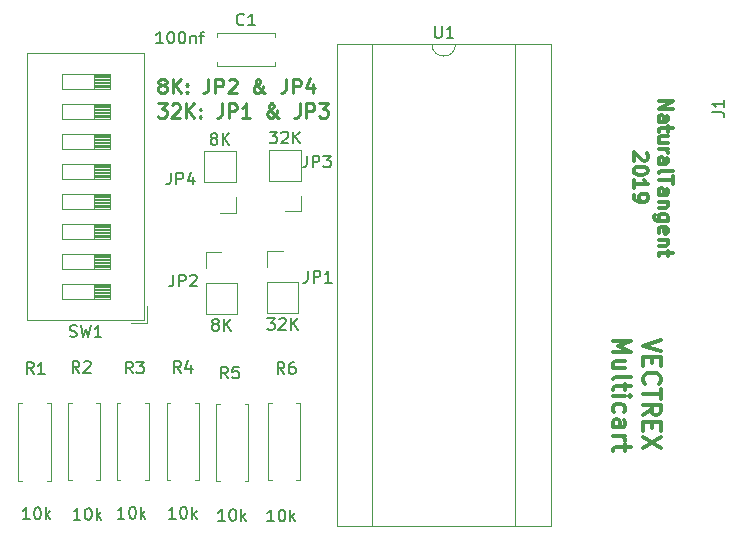
<source format=gbr>
G04 #@! TF.GenerationSoftware,KiCad,Pcbnew,5.0.2+dfsg1-1~bpo9+1*
G04 #@! TF.CreationDate,2019-09-01T17:00:00+01:00*
G04 #@! TF.ProjectId,multicart,6d756c74-6963-4617-9274-2e6b69636164,V0.1*
G04 #@! TF.SameCoordinates,Original*
G04 #@! TF.FileFunction,Legend,Top*
G04 #@! TF.FilePolarity,Positive*
%FSLAX46Y46*%
G04 Gerber Fmt 4.6, Leading zero omitted, Abs format (unit mm)*
G04 Created by KiCad (PCBNEW 5.0.2+dfsg1-1~bpo9+1) date Sun 01 Sep 2019 17:00:00 BST*
%MOMM*%
%LPD*%
G01*
G04 APERTURE LIST*
%ADD10C,0.275000*%
%ADD11C,0.300000*%
%ADD12C,0.120000*%
%ADD13C,0.150000*%
G04 APERTURE END LIST*
D10*
X77648692Y-50965842D02*
X77534407Y-50908700D01*
X77477264Y-50851557D01*
X77420121Y-50737271D01*
X77420121Y-50680128D01*
X77477264Y-50565842D01*
X77534407Y-50508700D01*
X77648692Y-50451557D01*
X77877264Y-50451557D01*
X77991550Y-50508700D01*
X78048692Y-50565842D01*
X78105835Y-50680128D01*
X78105835Y-50737271D01*
X78048692Y-50851557D01*
X77991550Y-50908700D01*
X77877264Y-50965842D01*
X77648692Y-50965842D01*
X77534407Y-51022985D01*
X77477264Y-51080128D01*
X77420121Y-51194414D01*
X77420121Y-51422985D01*
X77477264Y-51537271D01*
X77534407Y-51594414D01*
X77648692Y-51651557D01*
X77877264Y-51651557D01*
X77991550Y-51594414D01*
X78048692Y-51537271D01*
X78105835Y-51422985D01*
X78105835Y-51194414D01*
X78048692Y-51080128D01*
X77991550Y-51022985D01*
X77877264Y-50965842D01*
X78620121Y-51651557D02*
X78620121Y-50451557D01*
X79305835Y-51651557D02*
X78791550Y-50965842D01*
X79305835Y-50451557D02*
X78620121Y-51137271D01*
X79820121Y-51537271D02*
X79877264Y-51594414D01*
X79820121Y-51651557D01*
X79762978Y-51594414D01*
X79820121Y-51537271D01*
X79820121Y-51651557D01*
X79820121Y-50908700D02*
X79877264Y-50965842D01*
X79820121Y-51022985D01*
X79762978Y-50965842D01*
X79820121Y-50908700D01*
X79820121Y-51022985D01*
X81648692Y-50451557D02*
X81648692Y-51308700D01*
X81591550Y-51480128D01*
X81477264Y-51594414D01*
X81305835Y-51651557D01*
X81191550Y-51651557D01*
X82220121Y-51651557D02*
X82220121Y-50451557D01*
X82677264Y-50451557D01*
X82791550Y-50508700D01*
X82848692Y-50565842D01*
X82905835Y-50680128D01*
X82905835Y-50851557D01*
X82848692Y-50965842D01*
X82791550Y-51022985D01*
X82677264Y-51080128D01*
X82220121Y-51080128D01*
X83362978Y-50565842D02*
X83420121Y-50508700D01*
X83534407Y-50451557D01*
X83820121Y-50451557D01*
X83934407Y-50508700D01*
X83991550Y-50565842D01*
X84048692Y-50680128D01*
X84048692Y-50794414D01*
X83991550Y-50965842D01*
X83305835Y-51651557D01*
X84048692Y-51651557D01*
X86448692Y-51651557D02*
X86391550Y-51651557D01*
X86277264Y-51594414D01*
X86105835Y-51422985D01*
X85820121Y-51080128D01*
X85705835Y-50908700D01*
X85648692Y-50737271D01*
X85648692Y-50622985D01*
X85705835Y-50508700D01*
X85820121Y-50451557D01*
X85877264Y-50451557D01*
X85991550Y-50508700D01*
X86048692Y-50622985D01*
X86048692Y-50680128D01*
X85991550Y-50794414D01*
X85934407Y-50851557D01*
X85591550Y-51080128D01*
X85534407Y-51137271D01*
X85477264Y-51251557D01*
X85477264Y-51422985D01*
X85534407Y-51537271D01*
X85591550Y-51594414D01*
X85705835Y-51651557D01*
X85877264Y-51651557D01*
X85991550Y-51594414D01*
X86048692Y-51537271D01*
X86220121Y-51308700D01*
X86277264Y-51137271D01*
X86277264Y-51022985D01*
X88220121Y-50451557D02*
X88220121Y-51308700D01*
X88162978Y-51480128D01*
X88048692Y-51594414D01*
X87877264Y-51651557D01*
X87762978Y-51651557D01*
X88791550Y-51651557D02*
X88791550Y-50451557D01*
X89248692Y-50451557D01*
X89362978Y-50508700D01*
X89420121Y-50565842D01*
X89477264Y-50680128D01*
X89477264Y-50851557D01*
X89420121Y-50965842D01*
X89362978Y-51022985D01*
X89248692Y-51080128D01*
X88791550Y-51080128D01*
X90505835Y-50851557D02*
X90505835Y-51651557D01*
X90220121Y-50394414D02*
X89934407Y-51251557D01*
X90677264Y-51251557D01*
X77362978Y-52526557D02*
X78105835Y-52526557D01*
X77705835Y-52983700D01*
X77877264Y-52983700D01*
X77991550Y-53040842D01*
X78048692Y-53097985D01*
X78105835Y-53212271D01*
X78105835Y-53497985D01*
X78048692Y-53612271D01*
X77991550Y-53669414D01*
X77877264Y-53726557D01*
X77534407Y-53726557D01*
X77420121Y-53669414D01*
X77362978Y-53612271D01*
X78562978Y-52640842D02*
X78620121Y-52583700D01*
X78734407Y-52526557D01*
X79020121Y-52526557D01*
X79134407Y-52583700D01*
X79191550Y-52640842D01*
X79248692Y-52755128D01*
X79248692Y-52869414D01*
X79191550Y-53040842D01*
X78505835Y-53726557D01*
X79248692Y-53726557D01*
X79762978Y-53726557D02*
X79762978Y-52526557D01*
X80448692Y-53726557D02*
X79934407Y-53040842D01*
X80448692Y-52526557D02*
X79762978Y-53212271D01*
X80962978Y-53612271D02*
X81020121Y-53669414D01*
X80962978Y-53726557D01*
X80905835Y-53669414D01*
X80962978Y-53612271D01*
X80962978Y-53726557D01*
X80962978Y-52983700D02*
X81020121Y-53040842D01*
X80962978Y-53097985D01*
X80905835Y-53040842D01*
X80962978Y-52983700D01*
X80962978Y-53097985D01*
X82791550Y-52526557D02*
X82791550Y-53383700D01*
X82734407Y-53555128D01*
X82620121Y-53669414D01*
X82448692Y-53726557D01*
X82334407Y-53726557D01*
X83362978Y-53726557D02*
X83362978Y-52526557D01*
X83820121Y-52526557D01*
X83934407Y-52583700D01*
X83991550Y-52640842D01*
X84048692Y-52755128D01*
X84048692Y-52926557D01*
X83991550Y-53040842D01*
X83934407Y-53097985D01*
X83820121Y-53155128D01*
X83362978Y-53155128D01*
X85191550Y-53726557D02*
X84505835Y-53726557D01*
X84848692Y-53726557D02*
X84848692Y-52526557D01*
X84734407Y-52697985D01*
X84620121Y-52812271D01*
X84505835Y-52869414D01*
X87591550Y-53726557D02*
X87534407Y-53726557D01*
X87420121Y-53669414D01*
X87248692Y-53497985D01*
X86962978Y-53155128D01*
X86848692Y-52983700D01*
X86791550Y-52812271D01*
X86791550Y-52697985D01*
X86848692Y-52583700D01*
X86962978Y-52526557D01*
X87020121Y-52526557D01*
X87134407Y-52583700D01*
X87191550Y-52697985D01*
X87191550Y-52755128D01*
X87134407Y-52869414D01*
X87077264Y-52926557D01*
X86734407Y-53155128D01*
X86677264Y-53212271D01*
X86620121Y-53326557D01*
X86620121Y-53497985D01*
X86677264Y-53612271D01*
X86734407Y-53669414D01*
X86848692Y-53726557D01*
X87020121Y-53726557D01*
X87134407Y-53669414D01*
X87191550Y-53612271D01*
X87362978Y-53383700D01*
X87420121Y-53212271D01*
X87420121Y-53097985D01*
X89362978Y-52526557D02*
X89362978Y-53383700D01*
X89305835Y-53555128D01*
X89191550Y-53669414D01*
X89020121Y-53726557D01*
X88905835Y-53726557D01*
X89934407Y-53726557D02*
X89934407Y-52526557D01*
X90391550Y-52526557D01*
X90505835Y-52583700D01*
X90562978Y-52640842D01*
X90620121Y-52755128D01*
X90620121Y-52926557D01*
X90562978Y-53040842D01*
X90505835Y-53097985D01*
X90391550Y-53155128D01*
X89934407Y-53155128D01*
X91020121Y-52526557D02*
X91762978Y-52526557D01*
X91362978Y-52983700D01*
X91534407Y-52983700D01*
X91648692Y-53040842D01*
X91705835Y-53097985D01*
X91762978Y-53212271D01*
X91762978Y-53497985D01*
X91705835Y-53612271D01*
X91648692Y-53669414D01*
X91534407Y-53726557D01*
X91191550Y-53726557D01*
X91077264Y-53669414D01*
X91020121Y-53612271D01*
D11*
X119952428Y-72522342D02*
X118452428Y-73022342D01*
X119952428Y-73522342D01*
X119238142Y-74022342D02*
X119238142Y-74522342D01*
X118452428Y-74736628D02*
X118452428Y-74022342D01*
X119952428Y-74022342D01*
X119952428Y-74736628D01*
X118595285Y-76236628D02*
X118523857Y-76165200D01*
X118452428Y-75950914D01*
X118452428Y-75808057D01*
X118523857Y-75593771D01*
X118666714Y-75450914D01*
X118809571Y-75379485D01*
X119095285Y-75308057D01*
X119309571Y-75308057D01*
X119595285Y-75379485D01*
X119738142Y-75450914D01*
X119881000Y-75593771D01*
X119952428Y-75808057D01*
X119952428Y-75950914D01*
X119881000Y-76165200D01*
X119809571Y-76236628D01*
X119952428Y-76665200D02*
X119952428Y-77522342D01*
X118452428Y-77093771D02*
X119952428Y-77093771D01*
X118452428Y-78879485D02*
X119166714Y-78379485D01*
X118452428Y-78022342D02*
X119952428Y-78022342D01*
X119952428Y-78593771D01*
X119881000Y-78736628D01*
X119809571Y-78808057D01*
X119666714Y-78879485D01*
X119452428Y-78879485D01*
X119309571Y-78808057D01*
X119238142Y-78736628D01*
X119166714Y-78593771D01*
X119166714Y-78022342D01*
X119238142Y-79522342D02*
X119238142Y-80022342D01*
X118452428Y-80236628D02*
X118452428Y-79522342D01*
X119952428Y-79522342D01*
X119952428Y-80236628D01*
X119952428Y-80736628D02*
X118452428Y-81736628D01*
X119952428Y-81736628D02*
X118452428Y-80736628D01*
X115902428Y-72593771D02*
X117402428Y-72593771D01*
X116331000Y-73093771D01*
X117402428Y-73593771D01*
X115902428Y-73593771D01*
X116902428Y-74950914D02*
X115902428Y-74950914D01*
X116902428Y-74308057D02*
X116116714Y-74308057D01*
X115973857Y-74379485D01*
X115902428Y-74522342D01*
X115902428Y-74736628D01*
X115973857Y-74879485D01*
X116045285Y-74950914D01*
X115902428Y-75879485D02*
X115973857Y-75736628D01*
X116116714Y-75665200D01*
X117402428Y-75665200D01*
X116902428Y-76236628D02*
X116902428Y-76808057D01*
X117402428Y-76450914D02*
X116116714Y-76450914D01*
X115973857Y-76522342D01*
X115902428Y-76665200D01*
X115902428Y-76808057D01*
X115902428Y-77308057D02*
X116902428Y-77308057D01*
X117402428Y-77308057D02*
X117331000Y-77236628D01*
X117259571Y-77308057D01*
X117331000Y-77379485D01*
X117402428Y-77308057D01*
X117259571Y-77308057D01*
X115973857Y-78665200D02*
X115902428Y-78522342D01*
X115902428Y-78236628D01*
X115973857Y-78093771D01*
X116045285Y-78022342D01*
X116188142Y-77950914D01*
X116616714Y-77950914D01*
X116759571Y-78022342D01*
X116831000Y-78093771D01*
X116902428Y-78236628D01*
X116902428Y-78522342D01*
X116831000Y-78665200D01*
X115902428Y-79950914D02*
X116688142Y-79950914D01*
X116831000Y-79879485D01*
X116902428Y-79736628D01*
X116902428Y-79450914D01*
X116831000Y-79308057D01*
X115973857Y-79950914D02*
X115902428Y-79808057D01*
X115902428Y-79450914D01*
X115973857Y-79308057D01*
X116116714Y-79236628D01*
X116259571Y-79236628D01*
X116402428Y-79308057D01*
X116473857Y-79450914D01*
X116473857Y-79808057D01*
X116545285Y-79950914D01*
X115902428Y-80665200D02*
X116902428Y-80665200D01*
X116616714Y-80665200D02*
X116759571Y-80736628D01*
X116831000Y-80808057D01*
X116902428Y-80950914D01*
X116902428Y-81093771D01*
X116902428Y-81379485D02*
X116902428Y-81950914D01*
X117402428Y-81593771D02*
X116116714Y-81593771D01*
X115973857Y-81665200D01*
X115902428Y-81808057D01*
X115902428Y-81950914D01*
X119760142Y-52289885D02*
X120960142Y-52289885D01*
X119760142Y-52975600D01*
X120960142Y-52975600D01*
X119760142Y-54061314D02*
X120388714Y-54061314D01*
X120503000Y-54004171D01*
X120560142Y-53889885D01*
X120560142Y-53661314D01*
X120503000Y-53547028D01*
X119817285Y-54061314D02*
X119760142Y-53947028D01*
X119760142Y-53661314D01*
X119817285Y-53547028D01*
X119931571Y-53489885D01*
X120045857Y-53489885D01*
X120160142Y-53547028D01*
X120217285Y-53661314D01*
X120217285Y-53947028D01*
X120274428Y-54061314D01*
X120560142Y-54461314D02*
X120560142Y-54918457D01*
X120960142Y-54632742D02*
X119931571Y-54632742D01*
X119817285Y-54689885D01*
X119760142Y-54804171D01*
X119760142Y-54918457D01*
X120560142Y-55832742D02*
X119760142Y-55832742D01*
X120560142Y-55318457D02*
X119931571Y-55318457D01*
X119817285Y-55375600D01*
X119760142Y-55489885D01*
X119760142Y-55661314D01*
X119817285Y-55775600D01*
X119874428Y-55832742D01*
X119760142Y-56404171D02*
X120560142Y-56404171D01*
X120331571Y-56404171D02*
X120445857Y-56461314D01*
X120503000Y-56518457D01*
X120560142Y-56632742D01*
X120560142Y-56747028D01*
X119760142Y-57661314D02*
X120388714Y-57661314D01*
X120503000Y-57604171D01*
X120560142Y-57489885D01*
X120560142Y-57261314D01*
X120503000Y-57147028D01*
X119817285Y-57661314D02*
X119760142Y-57547028D01*
X119760142Y-57261314D01*
X119817285Y-57147028D01*
X119931571Y-57089885D01*
X120045857Y-57089885D01*
X120160142Y-57147028D01*
X120217285Y-57261314D01*
X120217285Y-57547028D01*
X120274428Y-57661314D01*
X119760142Y-58404171D02*
X119817285Y-58289885D01*
X119931571Y-58232742D01*
X120960142Y-58232742D01*
X120960142Y-58689885D02*
X120960142Y-59375600D01*
X119760142Y-59032742D02*
X120960142Y-59032742D01*
X119760142Y-60289885D02*
X120388714Y-60289885D01*
X120503000Y-60232742D01*
X120560142Y-60118457D01*
X120560142Y-59889885D01*
X120503000Y-59775600D01*
X119817285Y-60289885D02*
X119760142Y-60175600D01*
X119760142Y-59889885D01*
X119817285Y-59775600D01*
X119931571Y-59718457D01*
X120045857Y-59718457D01*
X120160142Y-59775600D01*
X120217285Y-59889885D01*
X120217285Y-60175600D01*
X120274428Y-60289885D01*
X120560142Y-60861314D02*
X119760142Y-60861314D01*
X120445857Y-60861314D02*
X120503000Y-60918457D01*
X120560142Y-61032742D01*
X120560142Y-61204171D01*
X120503000Y-61318457D01*
X120388714Y-61375600D01*
X119760142Y-61375600D01*
X120560142Y-62461314D02*
X119588714Y-62461314D01*
X119474428Y-62404171D01*
X119417285Y-62347028D01*
X119360142Y-62232742D01*
X119360142Y-62061314D01*
X119417285Y-61947028D01*
X119817285Y-62461314D02*
X119760142Y-62347028D01*
X119760142Y-62118457D01*
X119817285Y-62004171D01*
X119874428Y-61947028D01*
X119988714Y-61889885D01*
X120331571Y-61889885D01*
X120445857Y-61947028D01*
X120503000Y-62004171D01*
X120560142Y-62118457D01*
X120560142Y-62347028D01*
X120503000Y-62461314D01*
X119817285Y-63489885D02*
X119760142Y-63375600D01*
X119760142Y-63147028D01*
X119817285Y-63032742D01*
X119931571Y-62975600D01*
X120388714Y-62975600D01*
X120503000Y-63032742D01*
X120560142Y-63147028D01*
X120560142Y-63375600D01*
X120503000Y-63489885D01*
X120388714Y-63547028D01*
X120274428Y-63547028D01*
X120160142Y-62975600D01*
X120560142Y-64061314D02*
X119760142Y-64061314D01*
X120445857Y-64061314D02*
X120503000Y-64118457D01*
X120560142Y-64232742D01*
X120560142Y-64404171D01*
X120503000Y-64518457D01*
X120388714Y-64575600D01*
X119760142Y-64575600D01*
X120560142Y-64975600D02*
X120560142Y-65432742D01*
X120960142Y-65147028D02*
X119931571Y-65147028D01*
X119817285Y-65204171D01*
X119760142Y-65318457D01*
X119760142Y-65432742D01*
X118745857Y-56718457D02*
X118803000Y-56775600D01*
X118860142Y-56889885D01*
X118860142Y-57175600D01*
X118803000Y-57289885D01*
X118745857Y-57347028D01*
X118631571Y-57404171D01*
X118517285Y-57404171D01*
X118345857Y-57347028D01*
X117660142Y-56661314D01*
X117660142Y-57404171D01*
X118860142Y-58147028D02*
X118860142Y-58261314D01*
X118803000Y-58375600D01*
X118745857Y-58432742D01*
X118631571Y-58489885D01*
X118403000Y-58547028D01*
X118117285Y-58547028D01*
X117888714Y-58489885D01*
X117774428Y-58432742D01*
X117717285Y-58375600D01*
X117660142Y-58261314D01*
X117660142Y-58147028D01*
X117717285Y-58032742D01*
X117774428Y-57975600D01*
X117888714Y-57918457D01*
X118117285Y-57861314D01*
X118403000Y-57861314D01*
X118631571Y-57918457D01*
X118745857Y-57975600D01*
X118803000Y-58032742D01*
X118860142Y-58147028D01*
X117660142Y-59689885D02*
X117660142Y-59004171D01*
X117660142Y-59347028D02*
X118860142Y-59347028D01*
X118688714Y-59232742D01*
X118574428Y-59118457D01*
X118517285Y-59004171D01*
X117660142Y-60261314D02*
X117660142Y-60489885D01*
X117717285Y-60604171D01*
X117774428Y-60661314D01*
X117945857Y-60775600D01*
X118174428Y-60832742D01*
X118631571Y-60832742D01*
X118745857Y-60775600D01*
X118803000Y-60718457D01*
X118860142Y-60604171D01*
X118860142Y-60375600D01*
X118803000Y-60261314D01*
X118745857Y-60204171D01*
X118631571Y-60147028D01*
X118345857Y-60147028D01*
X118231571Y-60204171D01*
X118174428Y-60261314D01*
X118117285Y-60375600D01*
X118117285Y-60604171D01*
X118174428Y-60718457D01*
X118231571Y-60775600D01*
X118345857Y-60832742D01*
D12*
G04 #@! TO.C,R6*
X86666400Y-84397600D02*
X86996400Y-84397600D01*
X86666400Y-77857600D02*
X86666400Y-84397600D01*
X86996400Y-77857600D02*
X86666400Y-77857600D01*
X89406400Y-84397600D02*
X89076400Y-84397600D01*
X89406400Y-77857600D02*
X89406400Y-84397600D01*
X89076400Y-77857600D02*
X89406400Y-77857600D01*
G04 #@! TO.C,C1*
X87291400Y-49010200D02*
X87291400Y-49325200D01*
X87291400Y-46585200D02*
X87291400Y-46900200D01*
X82351400Y-49010200D02*
X82351400Y-49325200D01*
X82351400Y-46585200D02*
X82351400Y-46900200D01*
X82351400Y-49325200D02*
X87291400Y-49325200D01*
X82351400Y-46585200D02*
X87291400Y-46585200D01*
G04 #@! TO.C,R5*
X82297600Y-84473800D02*
X82627600Y-84473800D01*
X82297600Y-77933800D02*
X82297600Y-84473800D01*
X82627600Y-77933800D02*
X82297600Y-77933800D01*
X85037600Y-84473800D02*
X84707600Y-84473800D01*
X85037600Y-77933800D02*
X85037600Y-84473800D01*
X84707600Y-77933800D02*
X85037600Y-77933800D01*
G04 #@! TO.C,R4*
X78106600Y-84397600D02*
X78436600Y-84397600D01*
X78106600Y-77857600D02*
X78106600Y-84397600D01*
X78436600Y-77857600D02*
X78106600Y-77857600D01*
X80846600Y-84397600D02*
X80516600Y-84397600D01*
X80846600Y-77857600D02*
X80846600Y-84397600D01*
X80516600Y-77857600D02*
X80846600Y-77857600D01*
G04 #@! TO.C,R3*
X73864800Y-84397600D02*
X74194800Y-84397600D01*
X73864800Y-77857600D02*
X73864800Y-84397600D01*
X74194800Y-77857600D02*
X73864800Y-77857600D01*
X76604800Y-84397600D02*
X76274800Y-84397600D01*
X76604800Y-77857600D02*
X76604800Y-84397600D01*
X76274800Y-77857600D02*
X76604800Y-77857600D01*
G04 #@! TO.C,R2*
X69750000Y-84397600D02*
X70080000Y-84397600D01*
X69750000Y-77857600D02*
X69750000Y-84397600D01*
X70080000Y-77857600D02*
X69750000Y-77857600D01*
X72490000Y-84397600D02*
X72160000Y-84397600D01*
X72490000Y-77857600D02*
X72490000Y-84397600D01*
X72160000Y-77857600D02*
X72490000Y-77857600D01*
G04 #@! TO.C,R1*
X65559000Y-84448400D02*
X65889000Y-84448400D01*
X65559000Y-77908400D02*
X65559000Y-84448400D01*
X65889000Y-77908400D02*
X65559000Y-77908400D01*
X68299000Y-84448400D02*
X67969000Y-84448400D01*
X68299000Y-77908400D02*
X68299000Y-84448400D01*
X67969000Y-77908400D02*
X68299000Y-77908400D01*
G04 #@! TO.C,SW1*
X71923667Y-51282600D02*
X71923667Y-50012600D01*
X73277000Y-50082600D02*
X71923667Y-50082600D01*
X73277000Y-50202600D02*
X71923667Y-50202600D01*
X73277000Y-50322600D02*
X71923667Y-50322600D01*
X73277000Y-50442600D02*
X71923667Y-50442600D01*
X73277000Y-50562600D02*
X71923667Y-50562600D01*
X73277000Y-50682600D02*
X71923667Y-50682600D01*
X73277000Y-50802600D02*
X71923667Y-50802600D01*
X73277000Y-50922600D02*
X71923667Y-50922600D01*
X73277000Y-51042600D02*
X71923667Y-51042600D01*
X73277000Y-51162600D02*
X71923667Y-51162600D01*
X69217000Y-51282600D02*
X73277000Y-51282600D01*
X69217000Y-50012600D02*
X69217000Y-51282600D01*
X73277000Y-50012600D02*
X69217000Y-50012600D01*
X73277000Y-51282600D02*
X73277000Y-50012600D01*
X71923667Y-53822600D02*
X71923667Y-52552600D01*
X73277000Y-52622600D02*
X71923667Y-52622600D01*
X73277000Y-52742600D02*
X71923667Y-52742600D01*
X73277000Y-52862600D02*
X71923667Y-52862600D01*
X73277000Y-52982600D02*
X71923667Y-52982600D01*
X73277000Y-53102600D02*
X71923667Y-53102600D01*
X73277000Y-53222600D02*
X71923667Y-53222600D01*
X73277000Y-53342600D02*
X71923667Y-53342600D01*
X73277000Y-53462600D02*
X71923667Y-53462600D01*
X73277000Y-53582600D02*
X71923667Y-53582600D01*
X73277000Y-53702600D02*
X71923667Y-53702600D01*
X69217000Y-53822600D02*
X73277000Y-53822600D01*
X69217000Y-52552600D02*
X69217000Y-53822600D01*
X73277000Y-52552600D02*
X69217000Y-52552600D01*
X73277000Y-53822600D02*
X73277000Y-52552600D01*
X71923667Y-56362600D02*
X71923667Y-55092600D01*
X73277000Y-55162600D02*
X71923667Y-55162600D01*
X73277000Y-55282600D02*
X71923667Y-55282600D01*
X73277000Y-55402600D02*
X71923667Y-55402600D01*
X73277000Y-55522600D02*
X71923667Y-55522600D01*
X73277000Y-55642600D02*
X71923667Y-55642600D01*
X73277000Y-55762600D02*
X71923667Y-55762600D01*
X73277000Y-55882600D02*
X71923667Y-55882600D01*
X73277000Y-56002600D02*
X71923667Y-56002600D01*
X73277000Y-56122600D02*
X71923667Y-56122600D01*
X73277000Y-56242600D02*
X71923667Y-56242600D01*
X69217000Y-56362600D02*
X73277000Y-56362600D01*
X69217000Y-55092600D02*
X69217000Y-56362600D01*
X73277000Y-55092600D02*
X69217000Y-55092600D01*
X73277000Y-56362600D02*
X73277000Y-55092600D01*
X71923667Y-58902600D02*
X71923667Y-57632600D01*
X73277000Y-57702600D02*
X71923667Y-57702600D01*
X73277000Y-57822600D02*
X71923667Y-57822600D01*
X73277000Y-57942600D02*
X71923667Y-57942600D01*
X73277000Y-58062600D02*
X71923667Y-58062600D01*
X73277000Y-58182600D02*
X71923667Y-58182600D01*
X73277000Y-58302600D02*
X71923667Y-58302600D01*
X73277000Y-58422600D02*
X71923667Y-58422600D01*
X73277000Y-58542600D02*
X71923667Y-58542600D01*
X73277000Y-58662600D02*
X71923667Y-58662600D01*
X73277000Y-58782600D02*
X71923667Y-58782600D01*
X69217000Y-58902600D02*
X73277000Y-58902600D01*
X69217000Y-57632600D02*
X69217000Y-58902600D01*
X73277000Y-57632600D02*
X69217000Y-57632600D01*
X73277000Y-58902600D02*
X73277000Y-57632600D01*
X71923667Y-61442600D02*
X71923667Y-60172600D01*
X73277000Y-60242600D02*
X71923667Y-60242600D01*
X73277000Y-60362600D02*
X71923667Y-60362600D01*
X73277000Y-60482600D02*
X71923667Y-60482600D01*
X73277000Y-60602600D02*
X71923667Y-60602600D01*
X73277000Y-60722600D02*
X71923667Y-60722600D01*
X73277000Y-60842600D02*
X71923667Y-60842600D01*
X73277000Y-60962600D02*
X71923667Y-60962600D01*
X73277000Y-61082600D02*
X71923667Y-61082600D01*
X73277000Y-61202600D02*
X71923667Y-61202600D01*
X73277000Y-61322600D02*
X71923667Y-61322600D01*
X69217000Y-61442600D02*
X73277000Y-61442600D01*
X69217000Y-60172600D02*
X69217000Y-61442600D01*
X73277000Y-60172600D02*
X69217000Y-60172600D01*
X73277000Y-61442600D02*
X73277000Y-60172600D01*
X71923667Y-63982600D02*
X71923667Y-62712600D01*
X73277000Y-62782600D02*
X71923667Y-62782600D01*
X73277000Y-62902600D02*
X71923667Y-62902600D01*
X73277000Y-63022600D02*
X71923667Y-63022600D01*
X73277000Y-63142600D02*
X71923667Y-63142600D01*
X73277000Y-63262600D02*
X71923667Y-63262600D01*
X73277000Y-63382600D02*
X71923667Y-63382600D01*
X73277000Y-63502600D02*
X71923667Y-63502600D01*
X73277000Y-63622600D02*
X71923667Y-63622600D01*
X73277000Y-63742600D02*
X71923667Y-63742600D01*
X73277000Y-63862600D02*
X71923667Y-63862600D01*
X69217000Y-63982600D02*
X73277000Y-63982600D01*
X69217000Y-62712600D02*
X69217000Y-63982600D01*
X73277000Y-62712600D02*
X69217000Y-62712600D01*
X73277000Y-63982600D02*
X73277000Y-62712600D01*
X71923667Y-66522600D02*
X71923667Y-65252600D01*
X73277000Y-65322600D02*
X71923667Y-65322600D01*
X73277000Y-65442600D02*
X71923667Y-65442600D01*
X73277000Y-65562600D02*
X71923667Y-65562600D01*
X73277000Y-65682600D02*
X71923667Y-65682600D01*
X73277000Y-65802600D02*
X71923667Y-65802600D01*
X73277000Y-65922600D02*
X71923667Y-65922600D01*
X73277000Y-66042600D02*
X71923667Y-66042600D01*
X73277000Y-66162600D02*
X71923667Y-66162600D01*
X73277000Y-66282600D02*
X71923667Y-66282600D01*
X73277000Y-66402600D02*
X71923667Y-66402600D01*
X69217000Y-66522600D02*
X73277000Y-66522600D01*
X69217000Y-65252600D02*
X69217000Y-66522600D01*
X73277000Y-65252600D02*
X69217000Y-65252600D01*
X73277000Y-66522600D02*
X73277000Y-65252600D01*
X71923667Y-69062600D02*
X71923667Y-67792600D01*
X73277000Y-67862600D02*
X71923667Y-67862600D01*
X73277000Y-67982600D02*
X71923667Y-67982600D01*
X73277000Y-68102600D02*
X71923667Y-68102600D01*
X73277000Y-68222600D02*
X71923667Y-68222600D01*
X73277000Y-68342600D02*
X71923667Y-68342600D01*
X73277000Y-68462600D02*
X71923667Y-68462600D01*
X73277000Y-68582600D02*
X71923667Y-68582600D01*
X73277000Y-68702600D02*
X71923667Y-68702600D01*
X73277000Y-68822600D02*
X71923667Y-68822600D01*
X73277000Y-68942600D02*
X71923667Y-68942600D01*
X69217000Y-69062600D02*
X73277000Y-69062600D01*
X69217000Y-67792600D02*
X69217000Y-69062600D01*
X73277000Y-67792600D02*
X69217000Y-67792600D01*
X73277000Y-69062600D02*
X73277000Y-67792600D01*
X76437000Y-71087600D02*
X76437000Y-69704600D01*
X76437000Y-71087600D02*
X75053000Y-71087600D01*
X66297000Y-70847600D02*
X66297000Y-48226600D01*
X76197000Y-70847600D02*
X76197000Y-48226600D01*
X76197000Y-48226600D02*
X66297000Y-48226600D01*
X76197000Y-70847600D02*
X66297000Y-70847600D01*
G04 #@! TO.C,U1*
X110634600Y-47454200D02*
X92514600Y-47454200D01*
X110634600Y-88334200D02*
X110634600Y-47454200D01*
X92514600Y-88334200D02*
X110634600Y-88334200D01*
X92514600Y-47454200D02*
X92514600Y-88334200D01*
X107634600Y-47514200D02*
X102574600Y-47514200D01*
X107634600Y-88274200D02*
X107634600Y-47514200D01*
X95514600Y-88274200D02*
X107634600Y-88274200D01*
X95514600Y-47514200D02*
X95514600Y-88274200D01*
X100574600Y-47514200D02*
X95514600Y-47514200D01*
X102574600Y-47514200D02*
G75*
G02X100574600Y-47514200I-1000000J0D01*
G01*
G04 #@! TO.C,JP1*
X86604800Y-65040200D02*
X87934800Y-65040200D01*
X86604800Y-66370200D02*
X86604800Y-65040200D01*
X86604800Y-67640200D02*
X89264800Y-67640200D01*
X89264800Y-67640200D02*
X89264800Y-70240200D01*
X86604800Y-67640200D02*
X86604800Y-70240200D01*
X86604800Y-70240200D02*
X89264800Y-70240200D01*
G04 #@! TO.C,JP2*
X81423200Y-65116400D02*
X82753200Y-65116400D01*
X81423200Y-66446400D02*
X81423200Y-65116400D01*
X81423200Y-67716400D02*
X84083200Y-67716400D01*
X84083200Y-67716400D02*
X84083200Y-70316400D01*
X81423200Y-67716400D02*
X81423200Y-70316400D01*
X81423200Y-70316400D02*
X84083200Y-70316400D01*
G04 #@! TO.C,JP3*
X89468000Y-61655000D02*
X88138000Y-61655000D01*
X89468000Y-60325000D02*
X89468000Y-61655000D01*
X89468000Y-59055000D02*
X86808000Y-59055000D01*
X86808000Y-59055000D02*
X86808000Y-56455000D01*
X89468000Y-59055000D02*
X89468000Y-56455000D01*
X89468000Y-56455000D02*
X86808000Y-56455000D01*
G04 #@! TO.C,JP4*
X83956200Y-61782000D02*
X82626200Y-61782000D01*
X83956200Y-60452000D02*
X83956200Y-61782000D01*
X83956200Y-59182000D02*
X81296200Y-59182000D01*
X81296200Y-59182000D02*
X81296200Y-56582000D01*
X83956200Y-59182000D02*
X83956200Y-56582000D01*
X83956200Y-56582000D02*
X81296200Y-56582000D01*
G04 #@! TO.C,R6*
D13*
X88072933Y-75433180D02*
X87739600Y-74956990D01*
X87501504Y-75433180D02*
X87501504Y-74433180D01*
X87882457Y-74433180D01*
X87977695Y-74480800D01*
X88025314Y-74528419D01*
X88072933Y-74623657D01*
X88072933Y-74766514D01*
X88025314Y-74861752D01*
X87977695Y-74909371D01*
X87882457Y-74956990D01*
X87501504Y-74956990D01*
X88930076Y-74433180D02*
X88739600Y-74433180D01*
X88644361Y-74480800D01*
X88596742Y-74528419D01*
X88501504Y-74671276D01*
X88453885Y-74861752D01*
X88453885Y-75242704D01*
X88501504Y-75337942D01*
X88549123Y-75385561D01*
X88644361Y-75433180D01*
X88834838Y-75433180D01*
X88930076Y-75385561D01*
X88977695Y-75337942D01*
X89025314Y-75242704D01*
X89025314Y-75004609D01*
X88977695Y-74909371D01*
X88930076Y-74861752D01*
X88834838Y-74814133D01*
X88644361Y-74814133D01*
X88549123Y-74861752D01*
X88501504Y-74909371D01*
X88453885Y-75004609D01*
X87212561Y-87904580D02*
X86641133Y-87904580D01*
X86926847Y-87904580D02*
X86926847Y-86904580D01*
X86831609Y-87047438D01*
X86736371Y-87142676D01*
X86641133Y-87190295D01*
X87831609Y-86904580D02*
X87926847Y-86904580D01*
X88022085Y-86952200D01*
X88069704Y-86999819D01*
X88117323Y-87095057D01*
X88164942Y-87285533D01*
X88164942Y-87523628D01*
X88117323Y-87714104D01*
X88069704Y-87809342D01*
X88022085Y-87856961D01*
X87926847Y-87904580D01*
X87831609Y-87904580D01*
X87736371Y-87856961D01*
X87688752Y-87809342D01*
X87641133Y-87714104D01*
X87593514Y-87523628D01*
X87593514Y-87285533D01*
X87641133Y-87095057D01*
X87688752Y-86999819D01*
X87736371Y-86952200D01*
X87831609Y-86904580D01*
X88593514Y-87904580D02*
X88593514Y-86904580D01*
X88688752Y-87523628D02*
X88974466Y-87904580D01*
X88974466Y-87237914D02*
X88593514Y-87618866D01*
G04 #@! TO.C,C1*
X84654733Y-45812342D02*
X84607114Y-45859961D01*
X84464257Y-45907580D01*
X84369019Y-45907580D01*
X84226161Y-45859961D01*
X84130923Y-45764723D01*
X84083304Y-45669485D01*
X84035685Y-45479009D01*
X84035685Y-45336152D01*
X84083304Y-45145676D01*
X84130923Y-45050438D01*
X84226161Y-44955200D01*
X84369019Y-44907580D01*
X84464257Y-44907580D01*
X84607114Y-44955200D01*
X84654733Y-45002819D01*
X85607114Y-45907580D02*
X85035685Y-45907580D01*
X85321400Y-45907580D02*
X85321400Y-44907580D01*
X85226161Y-45050438D01*
X85130923Y-45145676D01*
X85035685Y-45193295D01*
X77792438Y-47442380D02*
X77221009Y-47442380D01*
X77506723Y-47442380D02*
X77506723Y-46442380D01*
X77411485Y-46585238D01*
X77316247Y-46680476D01*
X77221009Y-46728095D01*
X78411485Y-46442380D02*
X78506723Y-46442380D01*
X78601961Y-46490000D01*
X78649580Y-46537619D01*
X78697200Y-46632857D01*
X78744819Y-46823333D01*
X78744819Y-47061428D01*
X78697200Y-47251904D01*
X78649580Y-47347142D01*
X78601961Y-47394761D01*
X78506723Y-47442380D01*
X78411485Y-47442380D01*
X78316247Y-47394761D01*
X78268628Y-47347142D01*
X78221009Y-47251904D01*
X78173390Y-47061428D01*
X78173390Y-46823333D01*
X78221009Y-46632857D01*
X78268628Y-46537619D01*
X78316247Y-46490000D01*
X78411485Y-46442380D01*
X79363866Y-46442380D02*
X79459104Y-46442380D01*
X79554342Y-46490000D01*
X79601961Y-46537619D01*
X79649580Y-46632857D01*
X79697200Y-46823333D01*
X79697200Y-47061428D01*
X79649580Y-47251904D01*
X79601961Y-47347142D01*
X79554342Y-47394761D01*
X79459104Y-47442380D01*
X79363866Y-47442380D01*
X79268628Y-47394761D01*
X79221009Y-47347142D01*
X79173390Y-47251904D01*
X79125771Y-47061428D01*
X79125771Y-46823333D01*
X79173390Y-46632857D01*
X79221009Y-46537619D01*
X79268628Y-46490000D01*
X79363866Y-46442380D01*
X80125771Y-46775714D02*
X80125771Y-47442380D01*
X80125771Y-46870952D02*
X80173390Y-46823333D01*
X80268628Y-46775714D01*
X80411485Y-46775714D01*
X80506723Y-46823333D01*
X80554342Y-46918571D01*
X80554342Y-47442380D01*
X80887676Y-46775714D02*
X81268628Y-46775714D01*
X81030533Y-47442380D02*
X81030533Y-46585238D01*
X81078152Y-46490000D01*
X81173390Y-46442380D01*
X81268628Y-46442380D01*
G04 #@! TO.C,R5*
X83302928Y-75806073D02*
X82969595Y-75329883D01*
X82731499Y-75806073D02*
X82731499Y-74806073D01*
X83112452Y-74806073D01*
X83207690Y-74853693D01*
X83255309Y-74901312D01*
X83302928Y-74996550D01*
X83302928Y-75139407D01*
X83255309Y-75234645D01*
X83207690Y-75282264D01*
X83112452Y-75329883D01*
X82731499Y-75329883D01*
X84207690Y-74806073D02*
X83731499Y-74806073D01*
X83683880Y-75282264D01*
X83731499Y-75234645D01*
X83826737Y-75187026D01*
X84064833Y-75187026D01*
X84160071Y-75234645D01*
X84207690Y-75282264D01*
X84255309Y-75377502D01*
X84255309Y-75615597D01*
X84207690Y-75710835D01*
X84160071Y-75758454D01*
X84064833Y-75806073D01*
X83826737Y-75806073D01*
X83731499Y-75758454D01*
X83683880Y-75710835D01*
X83046961Y-87871073D02*
X82475533Y-87871073D01*
X82761247Y-87871073D02*
X82761247Y-86871073D01*
X82666009Y-87013931D01*
X82570771Y-87109169D01*
X82475533Y-87156788D01*
X83666009Y-86871073D02*
X83761247Y-86871073D01*
X83856485Y-86918693D01*
X83904104Y-86966312D01*
X83951723Y-87061550D01*
X83999342Y-87252026D01*
X83999342Y-87490121D01*
X83951723Y-87680597D01*
X83904104Y-87775835D01*
X83856485Y-87823454D01*
X83761247Y-87871073D01*
X83666009Y-87871073D01*
X83570771Y-87823454D01*
X83523152Y-87775835D01*
X83475533Y-87680597D01*
X83427914Y-87490121D01*
X83427914Y-87252026D01*
X83475533Y-87061550D01*
X83523152Y-86966312D01*
X83570771Y-86918693D01*
X83666009Y-86871073D01*
X84427914Y-87871073D02*
X84427914Y-86871073D01*
X84523152Y-87490121D02*
X84808866Y-87871073D01*
X84808866Y-87204407D02*
X84427914Y-87585359D01*
G04 #@! TO.C,R4*
X79309933Y-75331580D02*
X78976600Y-74855390D01*
X78738504Y-75331580D02*
X78738504Y-74331580D01*
X79119457Y-74331580D01*
X79214695Y-74379200D01*
X79262314Y-74426819D01*
X79309933Y-74522057D01*
X79309933Y-74664914D01*
X79262314Y-74760152D01*
X79214695Y-74807771D01*
X79119457Y-74855390D01*
X78738504Y-74855390D01*
X80167076Y-74664914D02*
X80167076Y-75331580D01*
X79928980Y-74283961D02*
X79690885Y-74998247D01*
X80309933Y-74998247D01*
X78881361Y-87675980D02*
X78309933Y-87675980D01*
X78595647Y-87675980D02*
X78595647Y-86675980D01*
X78500409Y-86818838D01*
X78405171Y-86914076D01*
X78309933Y-86961695D01*
X79500409Y-86675980D02*
X79595647Y-86675980D01*
X79690885Y-86723600D01*
X79738504Y-86771219D01*
X79786123Y-86866457D01*
X79833742Y-87056933D01*
X79833742Y-87295028D01*
X79786123Y-87485504D01*
X79738504Y-87580742D01*
X79690885Y-87628361D01*
X79595647Y-87675980D01*
X79500409Y-87675980D01*
X79405171Y-87628361D01*
X79357552Y-87580742D01*
X79309933Y-87485504D01*
X79262314Y-87295028D01*
X79262314Y-87056933D01*
X79309933Y-86866457D01*
X79357552Y-86771219D01*
X79405171Y-86723600D01*
X79500409Y-86675980D01*
X80262314Y-87675980D02*
X80262314Y-86675980D01*
X80357552Y-87295028D02*
X80643266Y-87675980D01*
X80643266Y-87009314D02*
X80262314Y-87390266D01*
G04 #@! TO.C,R3*
X75220533Y-75382380D02*
X74887200Y-74906190D01*
X74649104Y-75382380D02*
X74649104Y-74382380D01*
X75030057Y-74382380D01*
X75125295Y-74430000D01*
X75172914Y-74477619D01*
X75220533Y-74572857D01*
X75220533Y-74715714D01*
X75172914Y-74810952D01*
X75125295Y-74858571D01*
X75030057Y-74906190D01*
X74649104Y-74906190D01*
X75553866Y-74382380D02*
X76172914Y-74382380D01*
X75839580Y-74763333D01*
X75982438Y-74763333D01*
X76077676Y-74810952D01*
X76125295Y-74858571D01*
X76172914Y-74953809D01*
X76172914Y-75191904D01*
X76125295Y-75287142D01*
X76077676Y-75334761D01*
X75982438Y-75382380D01*
X75696723Y-75382380D01*
X75601485Y-75334761D01*
X75553866Y-75287142D01*
X74537961Y-87675980D02*
X73966533Y-87675980D01*
X74252247Y-87675980D02*
X74252247Y-86675980D01*
X74157009Y-86818838D01*
X74061771Y-86914076D01*
X73966533Y-86961695D01*
X75157009Y-86675980D02*
X75252247Y-86675980D01*
X75347485Y-86723600D01*
X75395104Y-86771219D01*
X75442723Y-86866457D01*
X75490342Y-87056933D01*
X75490342Y-87295028D01*
X75442723Y-87485504D01*
X75395104Y-87580742D01*
X75347485Y-87628361D01*
X75252247Y-87675980D01*
X75157009Y-87675980D01*
X75061771Y-87628361D01*
X75014152Y-87580742D01*
X74966533Y-87485504D01*
X74918914Y-87295028D01*
X74918914Y-87056933D01*
X74966533Y-86866457D01*
X75014152Y-86771219D01*
X75061771Y-86723600D01*
X75157009Y-86675980D01*
X75918914Y-87675980D02*
X75918914Y-86675980D01*
X76014152Y-87295028D02*
X76299866Y-87675980D01*
X76299866Y-87009314D02*
X75918914Y-87390266D01*
G04 #@! TO.C,R2*
X70724733Y-75331580D02*
X70391400Y-74855390D01*
X70153304Y-75331580D02*
X70153304Y-74331580D01*
X70534257Y-74331580D01*
X70629495Y-74379200D01*
X70677114Y-74426819D01*
X70724733Y-74522057D01*
X70724733Y-74664914D01*
X70677114Y-74760152D01*
X70629495Y-74807771D01*
X70534257Y-74855390D01*
X70153304Y-74855390D01*
X71105685Y-74426819D02*
X71153304Y-74379200D01*
X71248542Y-74331580D01*
X71486638Y-74331580D01*
X71581876Y-74379200D01*
X71629495Y-74426819D01*
X71677114Y-74522057D01*
X71677114Y-74617295D01*
X71629495Y-74760152D01*
X71058066Y-75331580D01*
X71677114Y-75331580D01*
X70804161Y-87777580D02*
X70232733Y-87777580D01*
X70518447Y-87777580D02*
X70518447Y-86777580D01*
X70423209Y-86920438D01*
X70327971Y-87015676D01*
X70232733Y-87063295D01*
X71423209Y-86777580D02*
X71518447Y-86777580D01*
X71613685Y-86825200D01*
X71661304Y-86872819D01*
X71708923Y-86968057D01*
X71756542Y-87158533D01*
X71756542Y-87396628D01*
X71708923Y-87587104D01*
X71661304Y-87682342D01*
X71613685Y-87729961D01*
X71518447Y-87777580D01*
X71423209Y-87777580D01*
X71327971Y-87729961D01*
X71280352Y-87682342D01*
X71232733Y-87587104D01*
X71185114Y-87396628D01*
X71185114Y-87158533D01*
X71232733Y-86968057D01*
X71280352Y-86872819D01*
X71327971Y-86825200D01*
X71423209Y-86777580D01*
X72185114Y-87777580D02*
X72185114Y-86777580D01*
X72280352Y-87396628D02*
X72566066Y-87777580D01*
X72566066Y-87110914D02*
X72185114Y-87491866D01*
G04 #@! TO.C,R1*
X66838533Y-75433180D02*
X66505200Y-74956990D01*
X66267104Y-75433180D02*
X66267104Y-74433180D01*
X66648057Y-74433180D01*
X66743295Y-74480800D01*
X66790914Y-74528419D01*
X66838533Y-74623657D01*
X66838533Y-74766514D01*
X66790914Y-74861752D01*
X66743295Y-74909371D01*
X66648057Y-74956990D01*
X66267104Y-74956990D01*
X67790914Y-75433180D02*
X67219485Y-75433180D01*
X67505200Y-75433180D02*
X67505200Y-74433180D01*
X67409961Y-74576038D01*
X67314723Y-74671276D01*
X67219485Y-74718895D01*
X66511561Y-87726780D02*
X65940133Y-87726780D01*
X66225847Y-87726780D02*
X66225847Y-86726780D01*
X66130609Y-86869638D01*
X66035371Y-86964876D01*
X65940133Y-87012495D01*
X67130609Y-86726780D02*
X67225847Y-86726780D01*
X67321085Y-86774400D01*
X67368704Y-86822019D01*
X67416323Y-86917257D01*
X67463942Y-87107733D01*
X67463942Y-87345828D01*
X67416323Y-87536304D01*
X67368704Y-87631542D01*
X67321085Y-87679161D01*
X67225847Y-87726780D01*
X67130609Y-87726780D01*
X67035371Y-87679161D01*
X66987752Y-87631542D01*
X66940133Y-87536304D01*
X66892514Y-87345828D01*
X66892514Y-87107733D01*
X66940133Y-86917257D01*
X66987752Y-86822019D01*
X67035371Y-86774400D01*
X67130609Y-86726780D01*
X67892514Y-87726780D02*
X67892514Y-86726780D01*
X67987752Y-87345828D02*
X68273466Y-87726780D01*
X68273466Y-87060114D02*
X67892514Y-87441066D01*
G04 #@! TO.C,J1*
X124318780Y-53266933D02*
X125033066Y-53266933D01*
X125175923Y-53314552D01*
X125271161Y-53409790D01*
X125318780Y-53552647D01*
X125318780Y-53647885D01*
X125318780Y-52266933D02*
X125318780Y-52838361D01*
X125318780Y-52552647D02*
X124318780Y-52552647D01*
X124461638Y-52647885D01*
X124556876Y-52743123D01*
X124604495Y-52838361D01*
G04 #@! TO.C,SW1*
X69913666Y-72252361D02*
X70056523Y-72299980D01*
X70294619Y-72299980D01*
X70389857Y-72252361D01*
X70437476Y-72204742D01*
X70485095Y-72109504D01*
X70485095Y-72014266D01*
X70437476Y-71919028D01*
X70389857Y-71871409D01*
X70294619Y-71823790D01*
X70104142Y-71776171D01*
X70008904Y-71728552D01*
X69961285Y-71680933D01*
X69913666Y-71585695D01*
X69913666Y-71490457D01*
X69961285Y-71395219D01*
X70008904Y-71347600D01*
X70104142Y-71299980D01*
X70342238Y-71299980D01*
X70485095Y-71347600D01*
X70818428Y-71299980D02*
X71056523Y-72299980D01*
X71247000Y-71585695D01*
X71437476Y-72299980D01*
X71675571Y-71299980D01*
X72580333Y-72299980D02*
X72008904Y-72299980D01*
X72294619Y-72299980D02*
X72294619Y-71299980D01*
X72199380Y-71442838D01*
X72104142Y-71538076D01*
X72008904Y-71585695D01*
G04 #@! TO.C,U1*
X100812695Y-45966580D02*
X100812695Y-46776104D01*
X100860314Y-46871342D01*
X100907933Y-46918961D01*
X101003171Y-46966580D01*
X101193647Y-46966580D01*
X101288885Y-46918961D01*
X101336504Y-46871342D01*
X101384123Y-46776104D01*
X101384123Y-45966580D01*
X102384123Y-46966580D02*
X101812695Y-46966580D01*
X102098409Y-46966580D02*
X102098409Y-45966580D01*
X102003171Y-46109438D01*
X101907933Y-46204676D01*
X101812695Y-46252295D01*
G04 #@! TO.C,JP1*
X90073266Y-66686180D02*
X90073266Y-67400466D01*
X90025647Y-67543323D01*
X89930409Y-67638561D01*
X89787552Y-67686180D01*
X89692314Y-67686180D01*
X90549457Y-67686180D02*
X90549457Y-66686180D01*
X90930409Y-66686180D01*
X91025647Y-66733800D01*
X91073266Y-66781419D01*
X91120885Y-66876657D01*
X91120885Y-67019514D01*
X91073266Y-67114752D01*
X91025647Y-67162371D01*
X90930409Y-67209990D01*
X90549457Y-67209990D01*
X92073266Y-67686180D02*
X91501838Y-67686180D01*
X91787552Y-67686180D02*
X91787552Y-66686180D01*
X91692314Y-66829038D01*
X91597076Y-66924276D01*
X91501838Y-66971895D01*
X86625276Y-70692580D02*
X87244323Y-70692580D01*
X86910990Y-71073533D01*
X87053847Y-71073533D01*
X87149085Y-71121152D01*
X87196704Y-71168771D01*
X87244323Y-71264009D01*
X87244323Y-71502104D01*
X87196704Y-71597342D01*
X87149085Y-71644961D01*
X87053847Y-71692580D01*
X86768133Y-71692580D01*
X86672895Y-71644961D01*
X86625276Y-71597342D01*
X87625276Y-70787819D02*
X87672895Y-70740200D01*
X87768133Y-70692580D01*
X88006228Y-70692580D01*
X88101466Y-70740200D01*
X88149085Y-70787819D01*
X88196704Y-70883057D01*
X88196704Y-70978295D01*
X88149085Y-71121152D01*
X87577657Y-71692580D01*
X88196704Y-71692580D01*
X88625276Y-71692580D02*
X88625276Y-70692580D01*
X89196704Y-71692580D02*
X88768133Y-71121152D01*
X89196704Y-70692580D02*
X88625276Y-71264009D01*
G04 #@! TO.C,JP2*
X78668666Y-67016380D02*
X78668666Y-67730666D01*
X78621047Y-67873523D01*
X78525809Y-67968761D01*
X78382952Y-68016380D01*
X78287714Y-68016380D01*
X79144857Y-68016380D02*
X79144857Y-67016380D01*
X79525809Y-67016380D01*
X79621047Y-67064000D01*
X79668666Y-67111619D01*
X79716285Y-67206857D01*
X79716285Y-67349714D01*
X79668666Y-67444952D01*
X79621047Y-67492571D01*
X79525809Y-67540190D01*
X79144857Y-67540190D01*
X80097238Y-67111619D02*
X80144857Y-67064000D01*
X80240095Y-67016380D01*
X80478190Y-67016380D01*
X80573428Y-67064000D01*
X80621047Y-67111619D01*
X80668666Y-67206857D01*
X80668666Y-67302095D01*
X80621047Y-67444952D01*
X80049619Y-68016380D01*
X80668666Y-68016380D01*
X82157961Y-71197352D02*
X82062723Y-71149733D01*
X82015104Y-71102114D01*
X81967485Y-71006876D01*
X81967485Y-70959257D01*
X82015104Y-70864019D01*
X82062723Y-70816400D01*
X82157961Y-70768780D01*
X82348438Y-70768780D01*
X82443676Y-70816400D01*
X82491295Y-70864019D01*
X82538914Y-70959257D01*
X82538914Y-71006876D01*
X82491295Y-71102114D01*
X82443676Y-71149733D01*
X82348438Y-71197352D01*
X82157961Y-71197352D01*
X82062723Y-71244971D01*
X82015104Y-71292590D01*
X81967485Y-71387828D01*
X81967485Y-71578304D01*
X82015104Y-71673542D01*
X82062723Y-71721161D01*
X82157961Y-71768780D01*
X82348438Y-71768780D01*
X82443676Y-71721161D01*
X82491295Y-71673542D01*
X82538914Y-71578304D01*
X82538914Y-71387828D01*
X82491295Y-71292590D01*
X82443676Y-71244971D01*
X82348438Y-71197352D01*
X82967485Y-71768780D02*
X82967485Y-70768780D01*
X83538914Y-71768780D02*
X83110342Y-71197352D01*
X83538914Y-70768780D02*
X82967485Y-71340209D01*
G04 #@! TO.C,JP3*
X89997066Y-56932580D02*
X89997066Y-57646866D01*
X89949447Y-57789723D01*
X89854209Y-57884961D01*
X89711352Y-57932580D01*
X89616114Y-57932580D01*
X90473257Y-57932580D02*
X90473257Y-56932580D01*
X90854209Y-56932580D01*
X90949447Y-56980200D01*
X90997066Y-57027819D01*
X91044685Y-57123057D01*
X91044685Y-57265914D01*
X90997066Y-57361152D01*
X90949447Y-57408771D01*
X90854209Y-57456390D01*
X90473257Y-57456390D01*
X91378019Y-56932580D02*
X91997066Y-56932580D01*
X91663733Y-57313533D01*
X91806590Y-57313533D01*
X91901828Y-57361152D01*
X91949447Y-57408771D01*
X91997066Y-57504009D01*
X91997066Y-57742104D01*
X91949447Y-57837342D01*
X91901828Y-57884961D01*
X91806590Y-57932580D01*
X91520876Y-57932580D01*
X91425638Y-57884961D01*
X91378019Y-57837342D01*
X86828476Y-54907380D02*
X87447523Y-54907380D01*
X87114190Y-55288333D01*
X87257047Y-55288333D01*
X87352285Y-55335952D01*
X87399904Y-55383571D01*
X87447523Y-55478809D01*
X87447523Y-55716904D01*
X87399904Y-55812142D01*
X87352285Y-55859761D01*
X87257047Y-55907380D01*
X86971333Y-55907380D01*
X86876095Y-55859761D01*
X86828476Y-55812142D01*
X87828476Y-55002619D02*
X87876095Y-54955000D01*
X87971333Y-54907380D01*
X88209428Y-54907380D01*
X88304666Y-54955000D01*
X88352285Y-55002619D01*
X88399904Y-55097857D01*
X88399904Y-55193095D01*
X88352285Y-55335952D01*
X87780857Y-55907380D01*
X88399904Y-55907380D01*
X88828476Y-55907380D02*
X88828476Y-54907380D01*
X89399904Y-55907380D02*
X88971333Y-55335952D01*
X89399904Y-54907380D02*
X88828476Y-55478809D01*
G04 #@! TO.C,JP4*
X78465466Y-58380380D02*
X78465466Y-59094666D01*
X78417847Y-59237523D01*
X78322609Y-59332761D01*
X78179752Y-59380380D01*
X78084514Y-59380380D01*
X78941657Y-59380380D02*
X78941657Y-58380380D01*
X79322609Y-58380380D01*
X79417847Y-58428000D01*
X79465466Y-58475619D01*
X79513085Y-58570857D01*
X79513085Y-58713714D01*
X79465466Y-58808952D01*
X79417847Y-58856571D01*
X79322609Y-58904190D01*
X78941657Y-58904190D01*
X80370228Y-58713714D02*
X80370228Y-59380380D01*
X80132133Y-58332761D02*
X79894038Y-59047047D01*
X80513085Y-59047047D01*
X82030961Y-55462952D02*
X81935723Y-55415333D01*
X81888104Y-55367714D01*
X81840485Y-55272476D01*
X81840485Y-55224857D01*
X81888104Y-55129619D01*
X81935723Y-55082000D01*
X82030961Y-55034380D01*
X82221438Y-55034380D01*
X82316676Y-55082000D01*
X82364295Y-55129619D01*
X82411914Y-55224857D01*
X82411914Y-55272476D01*
X82364295Y-55367714D01*
X82316676Y-55415333D01*
X82221438Y-55462952D01*
X82030961Y-55462952D01*
X81935723Y-55510571D01*
X81888104Y-55558190D01*
X81840485Y-55653428D01*
X81840485Y-55843904D01*
X81888104Y-55939142D01*
X81935723Y-55986761D01*
X82030961Y-56034380D01*
X82221438Y-56034380D01*
X82316676Y-55986761D01*
X82364295Y-55939142D01*
X82411914Y-55843904D01*
X82411914Y-55653428D01*
X82364295Y-55558190D01*
X82316676Y-55510571D01*
X82221438Y-55462952D01*
X82840485Y-56034380D02*
X82840485Y-55034380D01*
X83411914Y-56034380D02*
X82983342Y-55462952D01*
X83411914Y-55034380D02*
X82840485Y-55605809D01*
G04 #@! TD*
M02*

</source>
